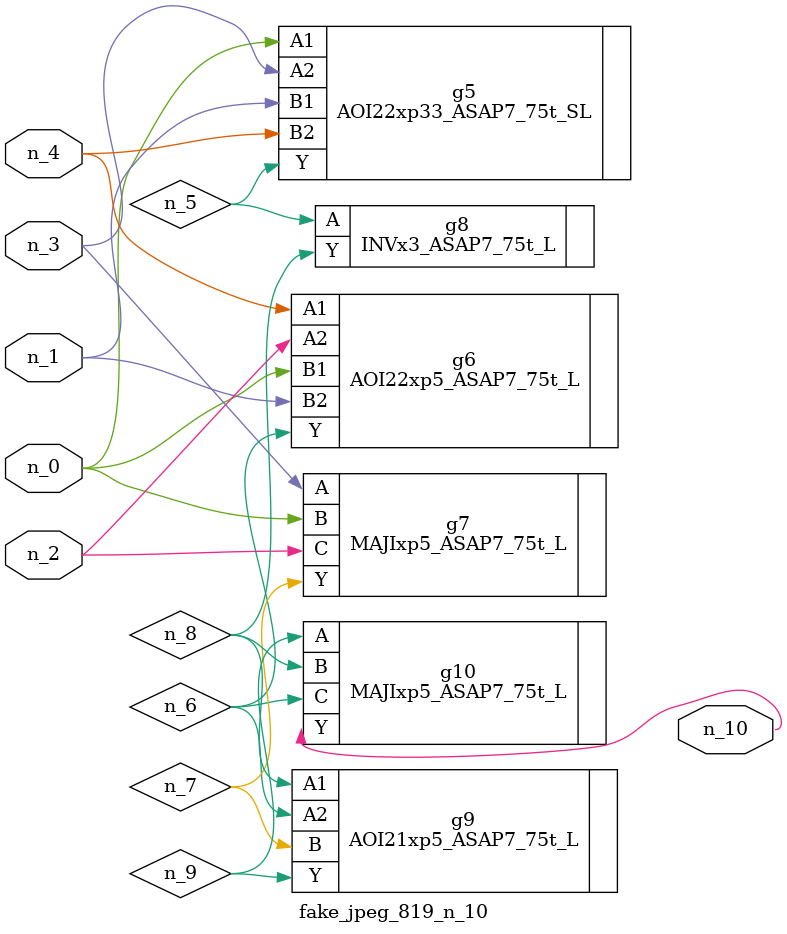
<source format=v>
module fake_jpeg_819_n_10 (n_3, n_2, n_1, n_0, n_4, n_10);

input n_3;
input n_2;
input n_1;
input n_0;
input n_4;

output n_10;

wire n_8;
wire n_9;
wire n_6;
wire n_5;
wire n_7;

AOI22xp33_ASAP7_75t_SL g5 ( 
.A1(n_0),
.A2(n_3),
.B1(n_1),
.B2(n_4),
.Y(n_5)
);

AOI22xp5_ASAP7_75t_L g6 ( 
.A1(n_4),
.A2(n_2),
.B1(n_0),
.B2(n_1),
.Y(n_6)
);

MAJIxp5_ASAP7_75t_L g7 ( 
.A(n_3),
.B(n_0),
.C(n_2),
.Y(n_7)
);

INVx3_ASAP7_75t_L g8 ( 
.A(n_5),
.Y(n_8)
);

AOI21xp5_ASAP7_75t_L g9 ( 
.A1(n_8),
.A2(n_6),
.B(n_7),
.Y(n_9)
);

MAJIxp5_ASAP7_75t_L g10 ( 
.A(n_9),
.B(n_8),
.C(n_6),
.Y(n_10)
);


endmodule
</source>
